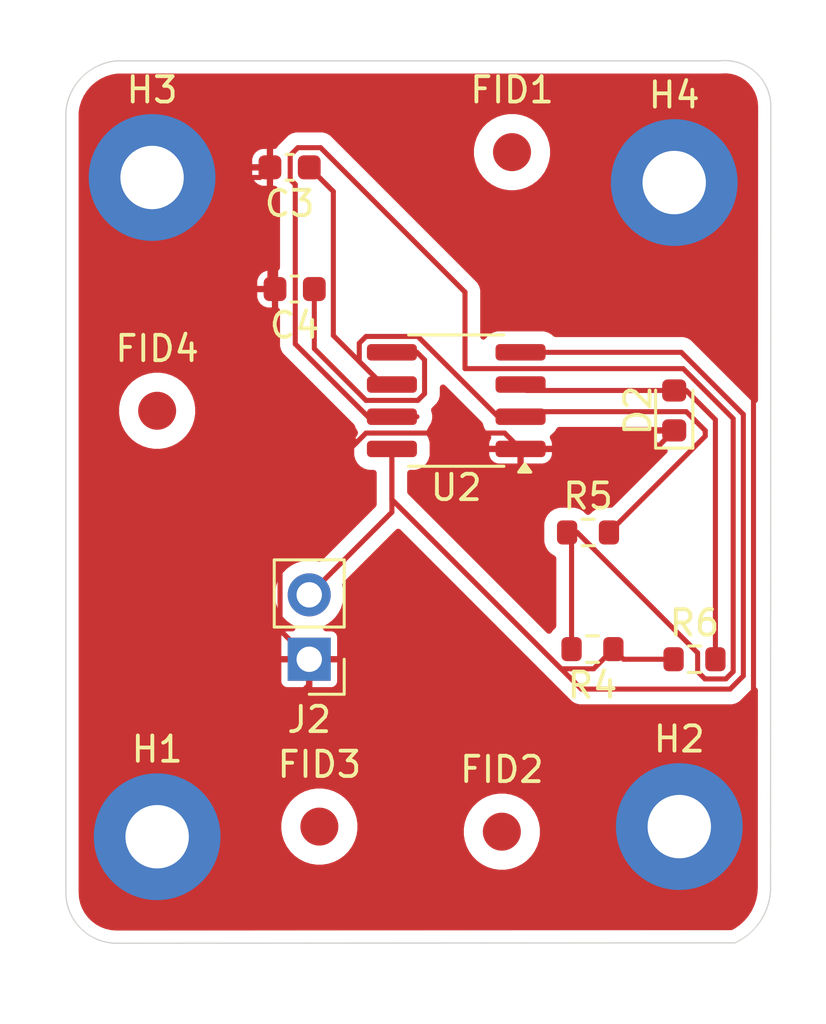
<source format=kicad_pcb>
(kicad_pcb (version 20241229) (generator "pcbnew") (generator_version "9.0")
  (layers (0 "F.Cu" signal) (2 "B.Cu" signal) (13 "F.Paste" user) (15 "B.Paste" user) (5 "F.SilkS" user "F.Silkscreen") (7 "B.SilkS" user "B.Silkscreen") (1 "F.Mask" user) (3 "B.Mask" user) (25 "Edge.Cuts" user))
  (net 0 "")
  (net 1 "GND")
  (net 2 "TRG")
  (net 3 "Net-(D2-A)")
  (net 4 "Net-(U2-CV)")
  (net 5 "VCC")
  (net 6 "DIS")
  (footprint "LED_SMD:LED_0603_1608Metric" (layer "F.Cu") (at 224.2 79.7875 90)
    (property "Reference" "D2" (at 0 -1.43 90) (layer "F.SilkS"))
    (property "Value" "LED")
    (fp_line (start 0.8 -0.735) (end -1.485 -0.735) (stroke (width 0.12)) (layer "F.SilkS"))
    (fp_line (start -1.485 -0.735) (end -1.485 0.735) (stroke (width 0.12)) (layer "F.SilkS"))
    (fp_line (start -1.485 0.735) (end 0.8 0.735) (stroke (width 0.12)) (layer "F.SilkS"))
    (pad "1" smd roundrect (at -0.7875 0 90) (size 0.875 0.95) (layers "F.Cu" "F.Mask" "F.Paste") (net 1 "GND"))
    (pad "2" smd roundrect (at 0.7875 0 90) (size 0.875 0.95) (layers "F.Cu" "F.Mask" "F.Paste") (net 3 "Net-(D2-A)"))
  )
  (footprint "MountingHole:MountingHole_2.5mm_Pad" (layer "F.Cu") (at 224.2 70.8)
    (property "Reference" "H4" (at 0 -3.45 0) (layer "F.SilkS"))
    (property "Value" "MH")
    (pad "1" thru_hole circle (at 0 0) (size 5 5) (drill 2.5) (layers "*.Cu" "*.Mask") (net 1 "GND"))
  )
  (footprint "Capacitor_SMD:C_0603_1608Metric" (layer "F.Cu") (at 209.025 70.2 180)
    (property "Reference" "C3" (at 0 -1.43 0) (layer "F.SilkS"))
    (property "Value" "0.1uF")
    (fp_line (start -0.14058 0.51) (end 0.14058 0.51) (stroke (width 0.12)) (layer "F.SilkS"))
    (fp_line (start -0.14058 -0.51) (end 0.14058 -0.51) (stroke (width 0.12)) (layer "F.SilkS"))
    (pad "1" smd roundrect (at -0.775 0 180) (size 0.9 0.95) (layers "F.Cu" "F.Mask" "F.Paste") (net 2 "TRG"))
    (pad "2" smd roundrect (at 0.775 0 180) (size 0.9 0.95) (layers "F.Cu" "F.Mask" "F.Paste") (net 1 "GND"))
  )
  (footprint "Resistor_SMD:R_0603_1608Metric" (layer "F.Cu") (at 220.8 84.6)
    (property "Reference" "R5" (at 0 -1.43 0) (layer "F.SilkS"))
    (property "Value" "10K")
    (fp_line (start -0.237258 -0.5225) (end 0.237258 -0.5225) (stroke (width 0.12)) (layer "F.SilkS"))
    (fp_line (start -0.237258 0.5225) (end 0.237258 0.5225) (stroke (width 0.12)) (layer "F.SilkS"))
    (pad "1" smd roundrect (at -0.825 0) (size 0.8 0.95) (layers "F.Cu" "F.Mask" "F.Paste") (net 6 "DIS"))
    (pad "2" smd roundrect (at 0.825 0) (size 0.8 0.95) (layers "F.Cu" "F.Mask" "F.Paste") (net 2 "TRG"))
  )
  (footprint "Fiducial:Fiducial_1.5mm_Mask3mm" (layer "F.Cu") (at 217.8 69.6)
    (property "Reference" "FID1" (at 0 -2.45 0) (layer "F.SilkS"))
    (property "Value" "Fiducial")
    (pad "" smd circle (at 0 0) (size 1.5 1.5) (layers "F.Cu" "F.Mask") (clearance 0.75))
  )
  (footprint "Fiducial:Fiducial_1.5mm_Mask3mm" (layer "F.Cu") (at 217.4 96.4)
    (property "Reference" "FID2" (at 0 -2.45 0) (layer "F.SilkS"))
    (property "Value" "Fiducial")
    (pad "" smd circle (at 0 0) (size 1.5 1.5) (layers "F.Cu" "F.Mask") (clearance 0.75))
  )
  (footprint "Fiducial:Fiducial_1.5mm_Mask3mm" (layer "F.Cu") (at 203.8 79.8)
    (property "Reference" "FID4" (at 0 -2.45 0) (layer "F.SilkS"))
    (property "Value" "Fiducial")
    (pad "" smd circle (at 0 0) (size 1.5 1.5) (layers "F.Cu" "F.Mask") (clearance 0.75))
  )
  (footprint "Resistor_SMD:R_0603_1608Metric" (layer "F.Cu") (at 220.975 89.2 180)
    (property "Reference" "R4" (at 0 -1.43 0) (layer "F.SilkS"))
    (property "Value" "10K")
    (fp_line (start -0.237258 0.5225) (end 0.237258 0.5225) (stroke (width 0.12)) (layer "F.SilkS"))
    (fp_line (start -0.237258 -0.5225) (end 0.237258 -0.5225) (stroke (width 0.12)) (layer "F.SilkS"))
    (pad "1" smd roundrect (at -0.825 0 180) (size 0.8 0.95) (layers "F.Cu" "F.Mask" "F.Paste") (net 5 "VCC"))
    (pad "2" smd roundrect (at 0.825 0 180) (size 0.8 0.95) (layers "F.Cu" "F.Mask" "F.Paste") (net 6 "DIS"))
  )
  (footprint "Package_SO:SOP-8_3.76x4.96mm_P1.27mm" (layer "F.Cu") (at 215.6 79.4 180)
    (property "Reference" "U2" (at 0 -3.43 0) (layer "F.SilkS"))
    (property "Value" "NE555P")
    (fp_line (start 0 2.59) (end 1.88 2.59) (stroke (width 0.12)) (layer "F.SilkS"))
    (fp_line (start 0 2.59) (end -1.88 2.59) (stroke (width 0.12)) (layer "F.SilkS"))
    (fp_line (start 0 -2.59) (end 1.88 -2.59) (stroke (width 0.12)) (layer "F.SilkS"))
    (fp_line (start 0 -2.59) (end -1.88 -2.59) (stroke (width 0.12)) (layer "F.SilkS"))
    (fp_poly (pts (xy -2.7025 -2.49) (xy -2.9425 -2.82) (xy -2.4625 -2.82)) (stroke (width 0.12)) (fill yes) (layer "F.SilkS"))
    (pad "1" smd roundrect (at -2.5375 -1.905 180) (size 1.975 0.65) (layers "F.Cu" "F.Mask" "F.Paste") (net 1 "GND"))
    (pad "2" smd roundrect (at -2.5375 -0.635 180) (size 1.975 0.65) (layers "F.Cu" "F.Mask" "F.Paste") (net 2 "TRG"))
    (pad "3" smd roundrect (at -2.5375 0.635 180) (size 1.975 0.65) (layers "F.Cu" "F.Mask" "F.Paste") (net 3 "Net-(D2-A)"))
    (pad "4" smd roundrect (at -2.5375 1.905 180) (size 1.975 0.65) (layers "F.Cu" "F.Mask" "F.Paste") (net 5 "VCC"))
    (pad "5" smd roundrect (at 2.5375 1.905 180) (size 1.975 0.65) (layers "F.Cu" "F.Mask" "F.Paste") (net 4 "Net-(U2-CV)"))
    (pad "6" smd roundrect (at 2.5375 0.635 180) (size 1.975 0.65) (layers "F.Cu" "F.Mask" "F.Paste") (net 2 "TRG"))
    (pad "7" smd roundrect (at 2.5375 -0.635 180) (size 1.975 0.65) (layers "F.Cu" "F.Mask" "F.Paste") (net 6 "DIS"))
    (pad "8" smd roundrect (at 2.5375 -1.905 180) (size 1.975 0.65) (layers "F.Cu" "F.Mask" "F.Paste") (net 5 "VCC"))
  )
  (footprint "Capacitor_SMD:C_0603_1608Metric" (layer "F.Cu") (at 209.225 75 180)
    (property "Reference" "C4" (at 0 -1.43 0) (layer "F.SilkS"))
    (property "Value" "0.01uF")
    (fp_line (start -0.14058 0.51) (end 0.14058 0.51) (stroke (width 0.12)) (layer "F.SilkS"))
    (fp_line (start -0.14058 -0.51) (end 0.14058 -0.51) (stroke (width 0.12)) (layer "F.SilkS"))
    (pad "1" smd roundrect (at -0.775 0 180) (size 0.9 0.95) (layers "F.Cu" "F.Mask" "F.Paste") (net 4 "Net-(U2-CV)"))
    (pad "2" smd roundrect (at 0.775 0 180) (size 0.9 0.95) (layers "F.Cu" "F.Mask" "F.Paste") (net 1 "GND"))
  )
  (footprint "Fiducial:Fiducial_1.5mm_Mask3mm" (layer "F.Cu") (at 210.2 96.2)
    (property "Reference" "FID3" (at 0 -2.45 0) (layer "F.SilkS"))
    (property "Value" "Fiducial")
    (pad "" smd circle (at 0 0) (size 1.5 1.5) (layers "F.Cu" "F.Mask") (clearance 0.75))
  )
  (footprint "MountingHole:MountingHole_2.5mm_Pad" (layer "F.Cu") (at 203.6 70.6)
    (property "Reference" "H3" (at 0 -3.45 0) (layer "F.SilkS"))
    (property "Value" "MH")
    (pad "1" thru_hole circle (at 0 0) (size 5 5) (drill 2.5) (layers "*.Cu" "*.Mask") (net 1 "GND"))
  )
  (footprint "MountingHole:MountingHole_2.5mm_Pad" (layer "F.Cu") (at 224.4 96.2)
    (property "Reference" "H2" (at 0 -3.45 0) (layer "F.SilkS"))
    (property "Value" "MH")
    (pad "1" thru_hole circle (at 0 0) (size 5 5) (drill 2.5) (layers "*.Cu" "*.Mask") (net 1 "GND"))
  )
  (footprint "MountingHole:MountingHole_2.5mm_Pad" (layer "F.Cu") (at 203.8 96.6)
    (property "Reference" "H1" (at 0 -3.45 0) (layer "F.SilkS"))
    (property "Value" "MH")
    (pad "1" thru_hole circle (at 0 0) (size 5 5) (drill 2.5) (layers "*.Cu" "*.Mask") (net 1 "GND"))
  )
  (footprint "Resistor_SMD:R_0603_1608Metric" (layer "F.Cu") (at 225 89.6)
    (property "Reference" "R6" (at 0 -1.43 0) (layer "F.SilkS"))
    (property "Value" "1K")
    (fp_line (start -0.237258 -0.5225) (end 0.237258 -0.5225) (stroke (width 0.12)) (layer "F.SilkS"))
    (fp_line (start -0.237258 0.5225) (end 0.237258 0.5225) (stroke (width 0.12)) (layer "F.SilkS"))
    (pad "1" smd roundrect (at -0.825 0) (size 0.8 0.95) (layers "F.Cu" "F.Mask" "F.Paste") (net 5 "VCC"))
    (pad "2" smd roundrect (at 0.825 0) (size 0.8 0.95) (layers "F.Cu" "F.Mask" "F.Paste") (net 3 "Net-(D2-A)"))
  )
  (footprint "Connector_PinHeader_2.54mm:PinHeader_1x02_P2.54mm_Vertical" (layer "F.Cu") (at 209.8 89.6 180)
    (property "Reference" "J2" (at 0 -2.38 0) (layer "F.SilkS"))
    (property "Value" "POWER INPUT")
    (fp_line (start 1.38 1.27) (end 1.38 3.92) (stroke (width 0.12)) (layer "F.SilkS"))
    (fp_line (start -1.38 3.92) (end 1.38 3.92) (stroke (width 0.12)) (layer "F.SilkS"))
    (fp_line (start -1.38 1.27) (end 1.38 1.27) (stroke (width 0.12)) (layer "F.SilkS"))
    (fp_line (start -1.38 1.27) (end -1.38 3.92) (stroke (width 0.12)) (layer "F.SilkS"))
    (fp_line (start -1.38 0) (end -1.38 -1.38) (stroke (width 0.12)) (layer "F.SilkS"))
    (fp_line (start -1.38 -1.38) (end 0 -1.38) (stroke (width 0.12)) (layer "F.SilkS"))
    (pad "1" thru_hole rect (at 0 0 180) (size 1.7 1.7) (drill 1) (layers "*.Cu" "*.Mask") (net 1 "GND"))
    (pad "2" thru_hole circle (at 0 2.54 180) (size 1.7 1.7) (drill 1) (layers "*.Cu" "*.Mask") (net 5 "VCC"))
  )
  (gr_line (start 200.2 68) (end 200.2 98.8) (stroke (width 0.05)) (layer "Edge.Cuts"))
  (gr_line (start 226 66.000001) (end 202.2 66) (stroke (width 0.05)) (layer "Edge.Cuts"))
  (gr_arc (start 228 98.6) (mid 227.617858 99.899326) (end 226.593127 100.78488) (stroke (width 0.05)) (layer "Edge.Cuts"))
  (gr_arc (start 200.2 68) (mid 200.83795 66.63795) (end 202.2 66) (stroke (width 0.05)) (layer "Edge.Cuts"))
  (gr_line (start 228 98.6) (end 228.011077 67.8) (stroke (width 0.05)) (layer "Edge.Cuts"))
  (gr_arc (start 202.2 100.8) (mid 200.785786 100.214214) (end 200.2 98.8) (stroke (width 0.05)) (layer "Edge.Cuts"))
  (gr_arc (start 226 66) (mid 227.407846 66.450516) (end 228.011077 67.8) (stroke (width 0.05)) (layer "Edge.Cuts"))
  (gr_line (start 202.2 100.8) (end 226.593126 100.78488) (stroke (width 0.05)) (layer "Edge.Cuts"))
  (segment (start 203.6 70.6) (end 207.85 70.6) (width 0.2) (layer "F.Cu") (net 1))
  (segment (start 208.25 74.8) (end 208.45 75) (width 0.2) (layer "F.Cu") (net 1))
  (segment (start 227.328 73.928) (end 227.328 93.272) (width 0.2) (layer "F.Cu") (net 1))
  (segment (start 208.45 75) (end 208.45 77.85) (width 0.2) (layer "F.Cu") (net 1))
  (segment (start 224.2 80.575) (end 223.47 81.305) (width 0.2) (layer "F.Cu") (net 1))
  (segment (start 209.8 89.6) (end 209.8 90.6) (width 0.2) (layer "F.Cu") (net 1))
  (segment (start 209.8 90.6) (end 203.8 96.6) (width 0.2) (layer "F.Cu") (net 1))
  (segment (start 212.04101 80.679) (end 217.5115 80.679) (width 0.2) (layer "F.Cu") (net 1))
  (segment (start 224.2 70.8) (end 227.328 73.928) (width 0.2) (layer "F.Cu") (net 1))
  (segment (start 223.47 81.305) (end 218.1375 81.305) (width 0.2) (layer "F.Cu") (net 1))
  (segment (start 208.649 84.07101) (end 211.660005 81.060005) (width 0.2) (layer "F.Cu") (net 1))
  (segment (start 207.85 70.6) (end 208.25 70.2) (width 0.2) (layer "F.Cu") (net 1))
  (segment (start 208.25 70.2) (end 208.25 74.8) (width 0.2) (layer "F.Cu") (net 1))
  (segment (start 208.649 88.449) (end 208.649 84.07101) (width 0.2) (layer "F.Cu") (net 1))
  (segment (start 227.328 93.272) (end 224.4 96.2) (width 0.2) (layer "F.Cu") (net 1))
  (segment (start 217.8 89.6) (end 209.8 89.6) (width 0.2) (layer "F.Cu") (net 1))
  (segment (start 209.8 89.6) (end 208.649 88.449) (width 0.2) (layer "F.Cu") (net 1))
  (segment (start 211.660005 81.060005) (end 212.04101 80.679) (width 0.2) (layer "F.Cu") (net 1))
  (segment (start 217.5115 80.679) (end 218.1375 81.305) (width 0.2) (layer "F.Cu") (net 1))
  (segment (start 224.4 96.2) (end 217.8 89.6) (width 0.2) (layer "F.Cu") (net 1))
  (segment (start 208.45 77.85) (end 211.660005 81.060005) (width 0.2) (layer "F.Cu") (net 1))
  (segment (start 210.751 76.83099) (end 210.751 71.151) (width 0.2) (layer "F.Cu") (net 2))
  (segment (start 218.336 79.8365) (end 218.1375 80.035) (width 0.2) (layer "F.Cu") (net 2))
  (segment (start 213.0625 78.765) (end 212.68501 78.765) (width 0.2) (layer "F.Cu") (net 2))
  (segment (start 225.424 80.801) (end 225.424 80.5829) (width 0.2) (layer "F.Cu") (net 2))
  (segment (start 214.08399 76.869) (end 217.24999 80.035) (width 0.2) (layer "F.Cu") (net 2))
  (segment (start 221.625 84.6) (end 225.424 80.801) (width 0.2) (layer "F.Cu") (net 2))
  (segment (start 225.424 80.5829) (end 224.6776 79.8365) (width 0.2) (layer "F.Cu") (net 2))
  (segment (start 211.774 77.85399) (end 211.774 77.13601) (width 0.2) (layer "F.Cu") (net 2))
  (segment (start 212.68501 78.765) (end 210.751 76.83099) (width 0.2) (layer "F.Cu") (net 2))
  (segment (start 212.68501 78.765) (end 211.774 77.85399) (width 0.2) (layer "F.Cu") (net 2))
  (segment (start 211.774 77.13601) (end 212.04101 76.869) (width 0.2) (layer "F.Cu") (net 2))
  (segment (start 212.04101 76.869) (end 214.08399 76.869) (width 0.2) (layer "F.Cu") (net 2))
  (segment (start 217.24999 80.035) (end 218.1375 80.035) (width 0.2) (layer "F.Cu") (net 2))
  (segment (start 210.751 71.151) (end 209.8 70.2) (width 0.2) (layer "F.Cu") (net 2))
  (segment (start 224.6776 79.8365) (end 218.336 79.8365) (width 0.2) (layer "F.Cu") (net 2))
  (segment (start 218.3725 79) (end 218.1375 78.765) (width 0.2) (layer "F.Cu") (net 3))
  (segment (start 224.674999 79) (end 225.825 80.150001) (width 0.2) (layer "F.Cu") (net 3))
  (segment (start 225.825 80.150001) (end 225.825 89.6) (width 0.2) (layer "F.Cu") (net 3))
  (segment (start 224.2 79) (end 218.3725 79) (width 0.2) (layer "F.Cu") (net 3))
  (segment (start 224.2 79) (end 224.674999 79) (width 0.2) (layer "F.Cu") (net 3))
  (segment (start 214.08399 79.391) (end 214.351 79.12399) (width 0.2) (layer "F.Cu") (net 4))
  (segment (start 212.04101 79.391) (end 214.08399 79.391) (width 0.2) (layer "F.Cu") (net 4))
  (segment (start 214.351 77.796001) (end 214.049999 77.495) (width 0.2) (layer "F.Cu") (net 4))
  (segment (start 214.351 79.12399) (end 214.351 77.796001) (width 0.2) (layer "F.Cu") (net 4))
  (segment (start 210 75) (end 210 77.34999) (width 0.2) (layer "F.Cu") (net 4))
  (segment (start 214.049999 77.495) (end 213.0625 77.495) (width 0.2) (layer "F.Cu") (net 4))
  (segment (start 210 77.34999) (end 212.04101 79.391) (width 0.2) (layer "F.Cu") (net 4))
  (segment (start 220.537936 90.777) (end 213.0625 83.301564) (width 0.2) (layer "F.Cu") (net 5))
  (segment (start 224.175 89.6) (end 222.2 89.6) (width 0.2) (layer "F.Cu") (net 5))
  (segment (start 226.404164 90.777) (end 220.537936 90.777) (width 0.2) (layer "F.Cu") (net 5))
  (segment (start 219.736936 89.976) (end 213.0625 83.301564) (width 0.2) (layer "F.Cu") (net 5))
  (segment (start 218.1375 77.495) (end 224.4782 77.495) (width 0.2) (layer "F.Cu") (net 5))
  (segment (start 224.4782 77.495) (end 226.927 79.9438) (width 0.2) (layer "F.Cu") (net 5))
  (segment (start 226.927 90.254164) (end 226.404164 90.777) (width 0.2) (layer "F.Cu") (net 5))
  (segment (start 221.8 89.2) (end 221.024 89.976) (width 0.2) (layer "F.Cu") (net 5))
  (segment (start 213.0625 83.7975) (end 213.0625 81.305) (width 0.2) (layer "F.Cu") (net 5))
  (segment (start 222.2 89.6) (end 221.8 89.2) (width 0.2) (layer "F.Cu") (net 5))
  (segment (start 209.8 87.06) (end 213.0625 83.7975) (width 0.2) (layer "F.Cu") (net 5))
  (segment (start 213.0625 83.301564) (end 213.0625 81.305) (width 0.2) (layer "F.Cu") (net 5))
  (segment (start 221.024 89.976) (end 219.736936 89.976) (width 0.2) (layer "F.Cu") (net 5))
  (segment (start 226.927 79.9438) (end 226.927 90.254164) (width 0.2) (layer "F.Cu") (net 5))
  (segment (start 226.238064 90.376) (end 226.526 90.088064) (width 0.2) (layer "F.Cu") (net 6))
  (segment (start 215.945999 75.120889) (end 215.945999 78.139) (width 0.2) (layer "F.Cu") (net 6))
  (segment (start 226.526 90.088064) (end 226.526 80.1099) (width 0.2) (layer "F.Cu") (net 6))
  (segment (start 213.0625 80.035) (end 212.11791 80.035) (width 0.2) (layer "F.Cu") (net 6))
  (segment (start 220.15 89.2) (end 220.15 84.775) (width 0.2) (layer "F.Cu") (net 6))
  (segment (start 224.5551 78.139) (end 215.945999 78.139) (width 0.2) (layer "F.Cu") (net 6))
  (segment (start 209.249 77.16609) (end 209.249 70.87411) (width 0.2) (layer "F.Cu") (net 6))
  (segment (start 209.049 70.67411) (end 209.049 69.72589) (width 0.2) (layer "F.Cu") (net 6))
  (segment (start 225.124 90.088064) (end 225.411936 90.376) (width 0.2) (layer "F.Cu") (net 6))
  (segment (start 226.526 80.1099) (end 224.5551 78.139) (width 0.2) (layer "F.Cu") (net 6))
  (segment (start 225.411936 90.376) (end 226.238064 90.376) (width 0.2) (layer "F.Cu") (net 6))
  (segment (start 219.975 84.6) (end 220.375 84.6) (width 0.2) (layer "F.Cu") (net 6))
  (segment (start 212.11791 80.035) (end 209.249 77.16609) (width 0.2) (layer "F.Cu") (net 6))
  (segment (start 225.124 89.349) (end 225.124 90.088064) (width 0.2) (layer "F.Cu") (net 6))
  (segment (start 209.249 70.87411) (end 209.049 70.67411) (width 0.2) (layer "F.Cu") (net 6))
  (segment (start 209.049 69.72589) (end 209.35089 69.424) (width 0.2) (layer "F.Cu") (net 6))
  (segment (start 214.049999 80.035) (end 213.0625 80.035) (width 0.2) (layer "F.Cu") (net 6))
  (segment (start 220.15 84.775) (end 219.975 84.6) (width 0.2) (layer "F.Cu") (net 6))
  (segment (start 209.35089 69.424) (end 210.24911 69.424) (width 0.2) (layer "F.Cu") (net 6))
  (segment (start 220.375 84.6) (end 225.124 89.349) (width 0.2) (layer "F.Cu") (net 6))
  (segment (start 210.24911 69.424) (end 215.945999 75.120889) (width 0.2) (layer "F.Cu") (net 6))
  (zone (net 1) (net_name "GND") (layer "F.Cu") (connect_pads (clearance 0.5)) (min_thickness 0.25) (fill yes (thermal_gap 0.25) (thermal_bridge_width 0.25))
    (polygon (pts (xy 197.6 63.6) (xy 230.2 63.6) (xy 230.2 104) (xy 197.6 104)))
  )
)
</source>
